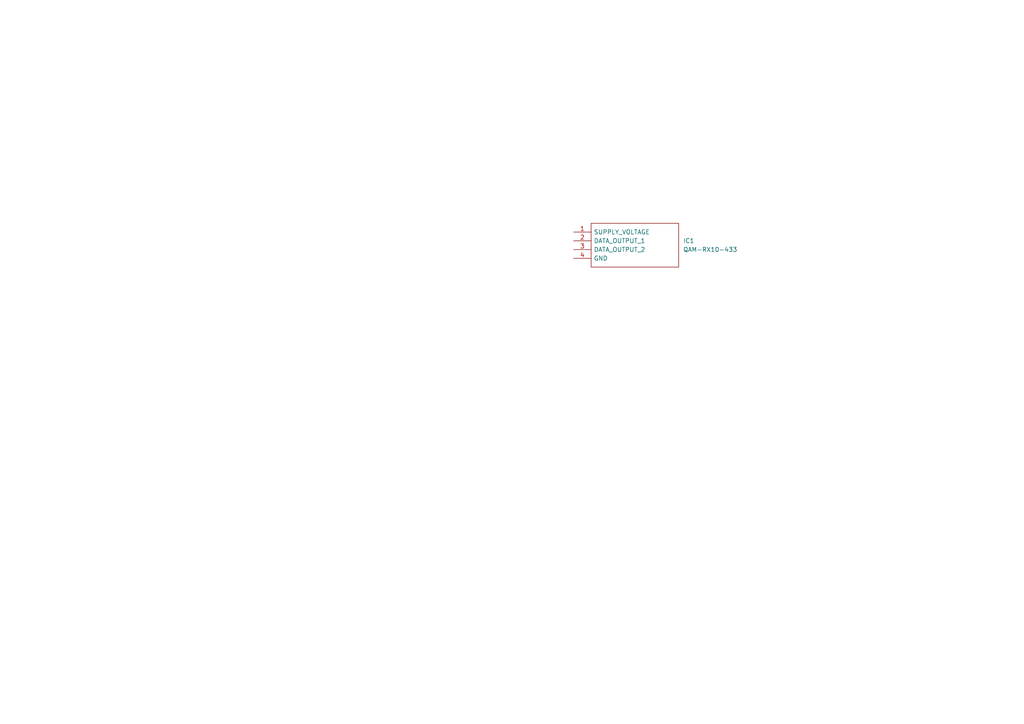
<source format=kicad_sch>
(kicad_sch (version 20211123) (generator eeschema)
  (paper "A4")
  (lib_symbols
    (symbol "SamacSys_Parts:QAM-RX10-433" (pin_names (offset 0.762))
      (property "Reference" "IC" (at 31.75 7.62 0))
      (property "Value" "QAM-RX10-433" (at 31.75 5.08 0))
      (symbol "QAM-RX10-433_0_0"
        (pin passive line (at 0 0 0) (length 5.08) (name "SUPPLY_VOLTAGE") (number "1"))
        (pin passive line (at 0 -2.54 0) (length 5.08) (name "DATA_OUTPUT_1") (number "2"))
        (pin passive line (at 0 -5.08 0) (length 5.08) (name "DATA_OUTPUT_2") (number "3"))
        (pin passive line (at 0 -7.62 0) (length 5.08) (name "GND") (number "4"))
      )
      (symbol "QAM-RX10-433_0_1"
        (polyline (pts (xy 5.08 2.54) (xy 30.48 2.54) (xy 30.48 -10.16) (xy 5.08 -10.16) (xy 5.08 2.54)) (stroke (width 0.1524)))
      )
    )
  )
  (symbol (lib_id "SamacSys_Parts:QAM-RX10-433") (at 166.37 67.31 0) (unit 1)
    (property "Reference" "IC1" (at 198.12 69.8499 0) (effects (justify left)))
    (property "Value" "QAM-RX10-433" (at 198.12 72.3899 0) (effects (justify left)))
    (property "Footprint" "QAMRX10433" (effects hide))
    (property "Datasheet" "https://datasheet.datasheetarchive.com/originals/distributors/DKDS-5/87948.pdf" (effects hide))
    (property "Description" "RF Solutions QAM-RX10-433 RF Receiver Module, 5V dc" (effects hide))
    (property "Height" "8.5" (effects hide))
    (property "Mouser Part Number" "223-QAM-RX10-433" (effects hide))
    (property "Mouser Price/Stock" "https://www.mouser.co.uk/ProductDetail/RF-Solutions/QAM-RX10-433?qs=OlC7AqGiEDlp3OsUKop0pA%3D%3D" (effects hide))
    (property "Manufacturer_Name" "RF SOLUTIONS" (effects hide))
    (property "Manufacturer_Part_Number" "QAM-RX10-433" (effects hide))
  )
)
</source>
